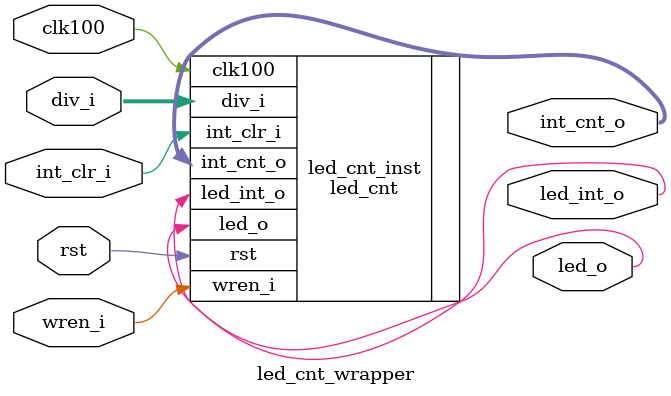
<source format=v>

module led_cnt_wrapper (
  input           rst,
  input           clk100,
  input   [11:0]  div_i,
  input           int_clr_i,
  output  [31:0]  int_cnt_o,
  input           wren_i,
  output          led_int_o,
  output          led_o
);
///////////////////////////////////////////////////////////////////////////////////////////////////

led_cnt led_cnt_inst (
  .rst        (rst      ),
  .clk100     (clk100   ),
  .div_i      (div_i    ),
  .wren_i     (wren_i   ),
  .int_clr_i  (int_clr_i),
  .int_cnt_o  (int_cnt_o),
  .led_int_o  (led_int_o),
  .led_o      (led_o    )
);

endmodule
</source>
